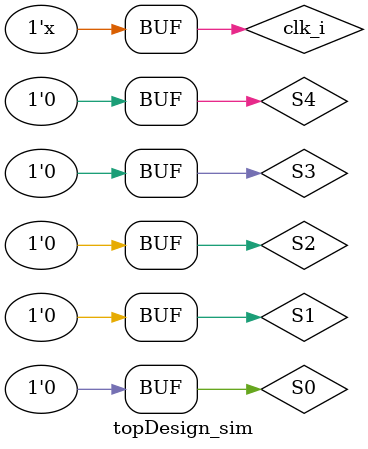
<source format=v>
`timescale 1ns / 1ps


module topDesign_sim(

    );
    reg clk_i = 0;
    reg S1 = 0,
        S2 = 0,
        S3 = 0,
        S4 = 0,
        S0 = 0;
    wire [6:0]led_o_l,led_o_r;
    wire [7:0] en_seg;
    
    topDesign U_topDesign_sim1(
    .clk_i  (clk_i),
    .S4     (S4),
    .S3     (S3),
    .S2     (S2),
    .S1     (S1),
    .S0     (S0),
    .led_o_l(led_o_l),
    .led_o_r(led_o_r),
    .en_seg (en_seg)
    );
    always #1 clk_i = ~clk_i;
    initial begin
    #100 S0 = 1;
    #10 S0 = 0;
    #10000 S4 = 1;
    
    #100 S4 = 0;
    #10000 S0 = 1;
    #100 S0 = 0;
//    #100 S4 = 1;
    
//    #1 S4 = 0;
    end
endmodule

</source>
